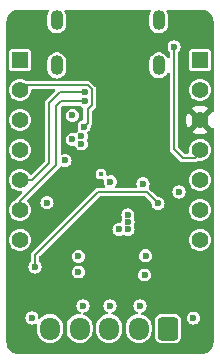
<source format=gbr>
%TF.GenerationSoftware,KiCad,Pcbnew,8.0.8*%
%TF.CreationDate,2025-03-27T14:33:37-07:00*%
%TF.ProjectId,pepper_stepper,70657070-6572-45f7-9374-65707065722e,rev?*%
%TF.SameCoordinates,Original*%
%TF.FileFunction,Copper,L3,Inr*%
%TF.FilePolarity,Positive*%
%FSLAX46Y46*%
G04 Gerber Fmt 4.6, Leading zero omitted, Abs format (unit mm)*
G04 Created by KiCad (PCBNEW 8.0.8) date 2025-03-27 14:33:37*
%MOMM*%
%LPD*%
G01*
G04 APERTURE LIST*
G04 Aperture macros list*
%AMRoundRect*
0 Rectangle with rounded corners*
0 $1 Rounding radius*
0 $2 $3 $4 $5 $6 $7 $8 $9 X,Y pos of 4 corners*
0 Add a 4 corners polygon primitive as box body*
4,1,4,$2,$3,$4,$5,$6,$7,$8,$9,$2,$3,0*
0 Add four circle primitives for the rounded corners*
1,1,$1+$1,$2,$3*
1,1,$1+$1,$4,$5*
1,1,$1+$1,$6,$7*
1,1,$1+$1,$8,$9*
0 Add four rect primitives between the rounded corners*
20,1,$1+$1,$2,$3,$4,$5,0*
20,1,$1+$1,$4,$5,$6,$7,0*
20,1,$1+$1,$6,$7,$8,$9,0*
20,1,$1+$1,$8,$9,$2,$3,0*%
G04 Aperture macros list end*
%TA.AperFunction,ComponentPad*%
%ADD10R,1.400000X1.400000*%
%TD*%
%TA.AperFunction,ComponentPad*%
%ADD11C,1.400000*%
%TD*%
%TA.AperFunction,ComponentPad*%
%ADD12RoundRect,0.250000X0.600000X0.725000X-0.600000X0.725000X-0.600000X-0.725000X0.600000X-0.725000X0*%
%TD*%
%TA.AperFunction,ComponentPad*%
%ADD13O,1.700000X1.950000*%
%TD*%
%TA.AperFunction,ComponentPad*%
%ADD14O,1.100000X1.700000*%
%TD*%
%TA.AperFunction,ViaPad*%
%ADD15C,0.600000*%
%TD*%
%TA.AperFunction,ViaPad*%
%ADD16C,0.400000*%
%TD*%
%TA.AperFunction,Conductor*%
%ADD17C,0.200000*%
%TD*%
G04 APERTURE END LIST*
D10*
%TO.N,unconnected-(H1-Pad1)*%
%TO.C,H1*%
X101600000Y-43180000D03*
D11*
%TO.N,/INDEX*%
X101600000Y-45720000D03*
%TO.N,/DIAG*%
X101600000Y-48260000D03*
%TO.N,unconnected-(H1-Pad4)*%
X101600000Y-50800000D03*
%TO.N,/SDA*%
X101600000Y-53340000D03*
%TO.N,/SCL*%
X101600000Y-55880000D03*
%TO.N,Net-(H1-Pad7)*%
X101600000Y-58420000D03*
%TD*%
D12*
%TO.N,/A2*%
%TO.C,J1*%
X114140000Y-65913000D03*
D13*
%TO.N,/A1*%
X111640000Y-65913000D03*
%TO.N,/B1*%
X109140000Y-65913000D03*
%TO.N,/B2*%
X106640000Y-65913000D03*
%TO.N,unconnected-(J1-Pin_5-Pad5)*%
X104140000Y-65913000D03*
%TD*%
D10*
%TO.N,+5V*%
%TO.C,H2*%
X116840000Y-43180000D03*
D11*
%TO.N,GND*%
X116840000Y-45720000D03*
%TO.N,+3V3*%
X116840000Y-48260000D03*
%TO.N,/1-WIRE*%
X116840000Y-50800000D03*
%TO.N,/TACH*%
X116840000Y-53340000D03*
%TO.N,/PWM*%
X116840000Y-55880000D03*
%TO.N,/UART*%
X116840000Y-58420000D03*
%TD*%
D14*
%TO.N,GND*%
%TO.C,USB1*%
X113355200Y-43641018D03*
X113355200Y-39831018D03*
X104715200Y-43641018D03*
X104715200Y-39831018D03*
%TD*%
D15*
%TO.N,+3V3*%
X103886824Y-54248218D03*
X104775000Y-41644818D03*
X115824000Y-61722000D03*
X114104069Y-57737093D03*
X115824000Y-60532218D03*
%TO.N,VM*%
X112161695Y-61366995D03*
X109247000Y-53486218D03*
X116272238Y-65024000D03*
X102603000Y-65024000D03*
X115062000Y-54356000D03*
X106022800Y-49899818D03*
X106022800Y-47867818D03*
X105410000Y-51677818D03*
X106781600Y-49631018D03*
X112014000Y-53656682D03*
X106541000Y-61117018D03*
X106781600Y-50281018D03*
%TO.N,/SCL*%
X107086400Y-46686621D03*
%TO.N,/INDEX*%
X107022800Y-48809235D03*
D16*
%TO.N,/DIAG*%
X108458000Y-52821216D03*
D15*
%TO.N,/SDA*%
X107086400Y-45886618D03*
%TO.N,/1-WIRE*%
X114645422Y-42072578D03*
%TO.N,/UART*%
X113283980Y-55324001D03*
X102870000Y-60706000D03*
%TO.N,/A2*%
X112228599Y-59755781D03*
%TO.N,/B2*%
X106548602Y-59805818D03*
%TO.N,GND*%
X106934000Y-64008000D03*
X110744000Y-57519818D03*
X103886000Y-55264218D03*
X111760000Y-64008000D03*
X109220000Y-64008000D03*
X110728925Y-56285195D03*
X109982000Y-57519818D03*
X110744000Y-56896000D03*
%TD*%
D17*
%TO.N,/SCL*%
X105067197Y-46686621D02*
X104683000Y-47070818D01*
X101600000Y-55118000D02*
X101600000Y-55880000D01*
X104683000Y-47070818D02*
X104683000Y-52035000D01*
X104683000Y-52035000D02*
X101600000Y-55118000D01*
X107086400Y-46686621D02*
X105067197Y-46686621D01*
%TO.N,/INDEX*%
X107022800Y-48809235D02*
X107315000Y-48517035D01*
X107686400Y-46988418D02*
X107686400Y-45638089D01*
X107686400Y-45638089D02*
X107334929Y-45286618D01*
X107334929Y-45286618D02*
X102033382Y-45286618D01*
X107315000Y-48517035D02*
X107315000Y-47359818D01*
X107315000Y-47359818D02*
X107686400Y-46988418D01*
X102033382Y-45286618D02*
X101600000Y-45720000D01*
%TO.N,/SDA*%
X107086400Y-45886618D02*
X104978200Y-45886618D01*
X104038400Y-51917600D02*
X102616000Y-53340000D01*
X104978200Y-45886618D02*
X104038400Y-46826418D01*
X104038400Y-46826418D02*
X104038400Y-51917600D01*
X102616000Y-53340000D02*
X101600000Y-53340000D01*
%TO.N,/1-WIRE*%
X115377000Y-51453000D02*
X116393000Y-51453000D01*
X114615000Y-50691000D02*
X115377000Y-51453000D01*
X114615000Y-42103000D02*
X114615000Y-50691000D01*
X114645422Y-42072578D02*
X114615000Y-42103000D01*
X116393000Y-51453000D02*
X116901000Y-50945000D01*
%TO.N,/UART*%
X113283980Y-55324001D02*
X112315979Y-54356000D01*
X112315979Y-54356000D02*
X108204000Y-54356000D01*
X102870000Y-59690000D02*
X102870000Y-60706000D01*
X108204000Y-54356000D02*
X102870000Y-59690000D01*
%TD*%
%TA.AperFunction,Conductor*%
%TO.N,+3V3*%
G36*
X104036276Y-38935038D02*
G01*
X104072240Y-38984538D01*
X104072240Y-39045724D01*
X104060400Y-39070133D01*
X104005809Y-39151831D01*
X104005803Y-39151843D01*
X103945463Y-39297519D01*
X103945463Y-39297521D01*
X103914700Y-39452173D01*
X103914700Y-40209862D01*
X103945463Y-40364514D01*
X103945463Y-40364516D01*
X104005803Y-40510192D01*
X104005809Y-40510203D01*
X104058512Y-40589077D01*
X104093411Y-40641307D01*
X104204911Y-40752807D01*
X104283076Y-40805035D01*
X104336014Y-40840408D01*
X104336025Y-40840414D01*
X104389838Y-40862703D01*
X104481703Y-40900755D01*
X104636358Y-40931518D01*
X104636359Y-40931518D01*
X104794041Y-40931518D01*
X104794042Y-40931518D01*
X104948697Y-40900755D01*
X105094379Y-40840412D01*
X105225489Y-40752807D01*
X105336989Y-40641307D01*
X105424594Y-40510197D01*
X105484937Y-40364515D01*
X105515700Y-40209860D01*
X105515700Y-39452176D01*
X105484937Y-39297521D01*
X105428681Y-39161706D01*
X105424596Y-39151843D01*
X105424590Y-39151831D01*
X105370000Y-39070133D01*
X105353391Y-39011245D01*
X105374568Y-38953841D01*
X105425442Y-38919848D01*
X105452315Y-38916131D01*
X112618085Y-38916131D01*
X112676276Y-38935038D01*
X112712240Y-38984538D01*
X112712240Y-39045724D01*
X112700400Y-39070133D01*
X112645809Y-39151831D01*
X112645803Y-39151843D01*
X112585463Y-39297519D01*
X112585463Y-39297521D01*
X112554700Y-39452173D01*
X112554700Y-40209862D01*
X112585463Y-40364514D01*
X112585463Y-40364516D01*
X112645803Y-40510192D01*
X112645809Y-40510203D01*
X112698512Y-40589077D01*
X112733411Y-40641307D01*
X112844911Y-40752807D01*
X112923076Y-40805035D01*
X112976014Y-40840408D01*
X112976025Y-40840414D01*
X113029838Y-40862703D01*
X113121703Y-40900755D01*
X113276358Y-40931518D01*
X113276359Y-40931518D01*
X113434041Y-40931518D01*
X113434042Y-40931518D01*
X113588697Y-40900755D01*
X113734379Y-40840412D01*
X113865489Y-40752807D01*
X113976989Y-40641307D01*
X114064594Y-40510197D01*
X114124937Y-40364515D01*
X114155700Y-40209860D01*
X114155700Y-39452176D01*
X114124937Y-39297521D01*
X114068681Y-39161706D01*
X114064596Y-39151843D01*
X114064590Y-39151831D01*
X114010000Y-39070133D01*
X113993391Y-39011245D01*
X114014568Y-38953841D01*
X114065442Y-38919848D01*
X114092315Y-38916131D01*
X116901108Y-38916131D01*
X116962681Y-38916131D01*
X116971309Y-38916508D01*
X117136101Y-38930925D01*
X117153081Y-38933918D01*
X117308691Y-38975615D01*
X117324898Y-38981514D01*
X117408994Y-39020729D01*
X117470892Y-39049593D01*
X117485830Y-39058217D01*
X117617792Y-39150620D01*
X117631002Y-39161705D01*
X117744908Y-39275614D01*
X117755997Y-39288830D01*
X117848389Y-39420785D01*
X117857017Y-39435729D01*
X117925091Y-39581718D01*
X117930993Y-39597935D01*
X117972681Y-39753529D01*
X117975677Y-39770524D01*
X117990122Y-39935672D01*
X117990499Y-39944299D01*
X117990498Y-40011659D01*
X117990513Y-40011898D01*
X117991621Y-45700116D01*
X117985761Y-45718161D01*
X117991629Y-45739766D01*
X117991974Y-47508495D01*
X117973078Y-47566689D01*
X117923585Y-47602663D01*
X117886120Y-47607276D01*
X117848862Y-47604690D01*
X117239999Y-48213553D01*
X117239999Y-48207339D01*
X117212740Y-48105606D01*
X117160079Y-48014395D01*
X117085605Y-47939921D01*
X116994394Y-47887260D01*
X116892661Y-47860001D01*
X116886443Y-47860001D01*
X117493326Y-47253118D01*
X117377186Y-47181206D01*
X117377180Y-47181203D01*
X117169799Y-47100863D01*
X116951196Y-47060000D01*
X116728804Y-47060000D01*
X116510200Y-47100863D01*
X116302821Y-47181202D01*
X116302816Y-47181205D01*
X116186672Y-47253118D01*
X116793555Y-47860001D01*
X116787339Y-47860001D01*
X116685606Y-47887260D01*
X116594395Y-47939921D01*
X116519921Y-48014395D01*
X116467260Y-48105606D01*
X116440001Y-48207339D01*
X116440001Y-48213555D01*
X115831137Y-47604691D01*
X115815368Y-47625574D01*
X115716239Y-47824652D01*
X115655379Y-48038554D01*
X115634859Y-48260000D01*
X115655379Y-48481445D01*
X115716239Y-48695347D01*
X115815364Y-48894417D01*
X115815369Y-48894426D01*
X115831138Y-48915306D01*
X116440001Y-48306443D01*
X116440001Y-48312661D01*
X116467260Y-48414394D01*
X116519921Y-48505605D01*
X116594395Y-48580079D01*
X116685606Y-48632740D01*
X116787339Y-48659999D01*
X116793553Y-48659999D01*
X116186672Y-49266880D01*
X116302813Y-49338793D01*
X116302819Y-49338796D01*
X116510200Y-49419136D01*
X116728804Y-49460000D01*
X116951196Y-49460000D01*
X117169799Y-49419136D01*
X117377180Y-49338796D01*
X117377181Y-49338796D01*
X117493326Y-49266880D01*
X116886445Y-48659999D01*
X116892661Y-48659999D01*
X116994394Y-48632740D01*
X117085605Y-48580079D01*
X117160079Y-48505605D01*
X117212740Y-48414394D01*
X117239999Y-48312661D01*
X117239999Y-48306445D01*
X117848862Y-48915308D01*
X117886411Y-48912702D01*
X117945771Y-48927534D01*
X117985076Y-48974425D01*
X117992266Y-49011445D01*
X117992612Y-50790180D01*
X117989721Y-50799083D01*
X117992616Y-50809743D01*
X117995781Y-67046380D01*
X117995404Y-67055029D01*
X117980905Y-67220730D01*
X117977908Y-67237724D01*
X117935978Y-67394205D01*
X117930076Y-67410421D01*
X117861609Y-67557245D01*
X117852980Y-67572190D01*
X117760053Y-67704900D01*
X117748961Y-67718119D01*
X117634408Y-67832671D01*
X117621189Y-67843763D01*
X117488481Y-67936686D01*
X117473541Y-67945312D01*
X117326712Y-68013779D01*
X117310500Y-68019680D01*
X117154007Y-68061612D01*
X117137012Y-68064608D01*
X116971100Y-68079123D01*
X116962472Y-68079500D01*
X101571639Y-68079500D01*
X101546018Y-68076127D01*
X101538894Y-68074218D01*
X101538892Y-68074218D01*
X101477319Y-68074218D01*
X101468691Y-68073841D01*
X101303901Y-68059424D01*
X101286906Y-68056428D01*
X101131303Y-68014734D01*
X101115090Y-68008833D01*
X100969092Y-67940754D01*
X100954148Y-67932126D01*
X100822193Y-67839731D01*
X100808978Y-67828643D01*
X100695069Y-67714735D01*
X100683979Y-67701517D01*
X100591578Y-67569558D01*
X100582949Y-67554613D01*
X100532549Y-67446532D01*
X100514867Y-67408614D01*
X100508970Y-67392412D01*
X100467274Y-67236809D01*
X100464278Y-67219815D01*
X100461123Y-67183762D01*
X100449877Y-67055225D01*
X100449500Y-67046596D01*
X100449500Y-65023999D01*
X102047750Y-65023999D01*
X102047750Y-65024000D01*
X102066669Y-65167708D01*
X102066670Y-65167709D01*
X102122139Y-65301625D01*
X102210379Y-65416621D01*
X102325375Y-65504861D01*
X102459291Y-65560330D01*
X102603000Y-65579250D01*
X102746709Y-65560330D01*
X102880625Y-65504861D01*
X102900043Y-65489960D01*
X102957718Y-65469535D01*
X103016384Y-65486911D01*
X103053633Y-65535452D01*
X103058093Y-65583987D01*
X103039500Y-65701384D01*
X103039500Y-66124614D01*
X103066597Y-66295702D01*
X103066598Y-66295706D01*
X103120123Y-66460438D01*
X103120125Y-66460441D01*
X103120126Y-66460444D01*
X103120127Y-66460445D01*
X103198768Y-66614788D01*
X103300586Y-66754928D01*
X103423072Y-66877414D01*
X103563212Y-66979232D01*
X103717555Y-67057873D01*
X103717557Y-67057873D01*
X103717558Y-67057874D01*
X103717561Y-67057876D01*
X103882293Y-67111401D01*
X103882297Y-67111402D01*
X104053386Y-67138500D01*
X104053389Y-67138500D01*
X104226614Y-67138500D01*
X104397702Y-67111402D01*
X104397706Y-67111401D01*
X104562438Y-67057876D01*
X104562440Y-67057874D01*
X104562445Y-67057873D01*
X104716788Y-66979232D01*
X104856928Y-66877414D01*
X104979414Y-66754928D01*
X105081232Y-66614788D01*
X105159873Y-66460445D01*
X105159874Y-66460440D01*
X105159876Y-66460438D01*
X105213401Y-66295706D01*
X105213402Y-66295702D01*
X105240500Y-66124614D01*
X105240500Y-65701385D01*
X105539500Y-65701385D01*
X105539500Y-66124614D01*
X105566597Y-66295702D01*
X105566598Y-66295706D01*
X105620123Y-66460438D01*
X105620125Y-66460441D01*
X105620126Y-66460444D01*
X105620127Y-66460445D01*
X105698768Y-66614788D01*
X105800586Y-66754928D01*
X105923072Y-66877414D01*
X106063212Y-66979232D01*
X106217555Y-67057873D01*
X106217557Y-67057873D01*
X106217558Y-67057874D01*
X106217561Y-67057876D01*
X106382293Y-67111401D01*
X106382297Y-67111402D01*
X106553386Y-67138500D01*
X106553389Y-67138500D01*
X106726614Y-67138500D01*
X106897702Y-67111402D01*
X106897706Y-67111401D01*
X107062438Y-67057876D01*
X107062440Y-67057874D01*
X107062445Y-67057873D01*
X107216788Y-66979232D01*
X107356928Y-66877414D01*
X107479414Y-66754928D01*
X107581232Y-66614788D01*
X107659873Y-66460445D01*
X107659874Y-66460440D01*
X107659876Y-66460438D01*
X107713401Y-66295706D01*
X107713402Y-66295702D01*
X107740500Y-66124614D01*
X107740500Y-65701385D01*
X108039500Y-65701385D01*
X108039500Y-66124614D01*
X108066597Y-66295702D01*
X108066598Y-66295706D01*
X108120123Y-66460438D01*
X108120125Y-66460441D01*
X108120126Y-66460444D01*
X108120127Y-66460445D01*
X108198768Y-66614788D01*
X108300586Y-66754928D01*
X108423072Y-66877414D01*
X108563212Y-66979232D01*
X108717555Y-67057873D01*
X108717557Y-67057873D01*
X108717558Y-67057874D01*
X108717561Y-67057876D01*
X108882293Y-67111401D01*
X108882297Y-67111402D01*
X109053386Y-67138500D01*
X109053389Y-67138500D01*
X109226614Y-67138500D01*
X109397702Y-67111402D01*
X109397706Y-67111401D01*
X109562438Y-67057876D01*
X109562440Y-67057874D01*
X109562445Y-67057873D01*
X109716788Y-66979232D01*
X109856928Y-66877414D01*
X109979414Y-66754928D01*
X110081232Y-66614788D01*
X110159873Y-66460445D01*
X110159874Y-66460440D01*
X110159876Y-66460438D01*
X110213401Y-66295706D01*
X110213402Y-66295702D01*
X110240500Y-66124614D01*
X110240500Y-65701385D01*
X110539500Y-65701385D01*
X110539500Y-66124614D01*
X110566597Y-66295702D01*
X110566598Y-66295706D01*
X110620123Y-66460438D01*
X110620125Y-66460441D01*
X110620126Y-66460444D01*
X110620127Y-66460445D01*
X110698768Y-66614788D01*
X110800586Y-66754928D01*
X110923072Y-66877414D01*
X111063212Y-66979232D01*
X111217555Y-67057873D01*
X111217557Y-67057873D01*
X111217558Y-67057874D01*
X111217561Y-67057876D01*
X111382293Y-67111401D01*
X111382297Y-67111402D01*
X111553386Y-67138500D01*
X111553389Y-67138500D01*
X111726614Y-67138500D01*
X111897702Y-67111402D01*
X111897706Y-67111401D01*
X112062438Y-67057876D01*
X112062440Y-67057874D01*
X112062445Y-67057873D01*
X112216788Y-66979232D01*
X112356928Y-66877414D01*
X112479414Y-66754928D01*
X112581232Y-66614788D01*
X112659873Y-66460445D01*
X112659874Y-66460440D01*
X112659876Y-66460438D01*
X112713401Y-66295706D01*
X112713402Y-66295702D01*
X112740500Y-66124614D01*
X112740500Y-65701385D01*
X112713402Y-65530297D01*
X112713401Y-65530293D01*
X112659876Y-65365561D01*
X112659874Y-65365558D01*
X112659873Y-65365557D01*
X112659873Y-65365555D01*
X112581232Y-65211212D01*
X112529587Y-65140129D01*
X113039500Y-65140129D01*
X113039500Y-66685866D01*
X113039501Y-66685870D01*
X113045908Y-66745480D01*
X113045909Y-66745485D01*
X113096202Y-66880329D01*
X113174433Y-66984832D01*
X113182454Y-66995546D01*
X113182457Y-66995548D01*
X113182458Y-66995549D01*
X113297670Y-67081797D01*
X113432511Y-67132089D01*
X113432512Y-67132089D01*
X113432517Y-67132091D01*
X113492127Y-67138500D01*
X114787872Y-67138499D01*
X114847483Y-67132091D01*
X114914907Y-67106943D01*
X114982329Y-67081797D01*
X114982329Y-67081796D01*
X114982331Y-67081796D01*
X115097546Y-66995546D01*
X115183796Y-66880331D01*
X115234091Y-66745483D01*
X115240500Y-66685873D01*
X115240499Y-65140128D01*
X115234091Y-65080517D01*
X115222493Y-65049420D01*
X115213012Y-65023999D01*
X115716988Y-65023999D01*
X115716988Y-65024000D01*
X115735907Y-65167708D01*
X115735908Y-65167709D01*
X115791377Y-65301625D01*
X115879617Y-65416621D01*
X115994613Y-65504861D01*
X116128529Y-65560330D01*
X116272238Y-65579250D01*
X116415947Y-65560330D01*
X116549863Y-65504861D01*
X116664859Y-65416621D01*
X116753099Y-65301625D01*
X116808568Y-65167709D01*
X116827488Y-65024000D01*
X116817175Y-64945670D01*
X116808568Y-64880291D01*
X116753099Y-64746375D01*
X116664859Y-64631379D01*
X116549863Y-64543139D01*
X116549859Y-64543137D01*
X116415947Y-64487670D01*
X116415946Y-64487669D01*
X116272238Y-64468750D01*
X116128529Y-64487669D01*
X116128528Y-64487670D01*
X115994616Y-64543137D01*
X115994612Y-64543139D01*
X115879619Y-64631377D01*
X115879615Y-64631381D01*
X115791377Y-64746374D01*
X115791375Y-64746378D01*
X115735908Y-64880290D01*
X115735907Y-64880291D01*
X115716988Y-65023999D01*
X115213012Y-65023999D01*
X115183797Y-64945670D01*
X115097549Y-64830458D01*
X115097548Y-64830457D01*
X115097546Y-64830454D01*
X115097541Y-64830450D01*
X114982329Y-64744202D01*
X114847488Y-64693910D01*
X114847483Y-64693909D01*
X114847481Y-64693908D01*
X114847477Y-64693908D01*
X114816249Y-64690550D01*
X114787873Y-64687500D01*
X114787870Y-64687500D01*
X113492133Y-64687500D01*
X113492129Y-64687500D01*
X113492128Y-64687501D01*
X113484949Y-64688272D01*
X113432519Y-64693908D01*
X113432514Y-64693909D01*
X113297670Y-64744202D01*
X113182458Y-64830450D01*
X113182450Y-64830458D01*
X113096202Y-64945670D01*
X113045910Y-65080511D01*
X113045908Y-65080522D01*
X113039500Y-65140129D01*
X112529587Y-65140129D01*
X112479414Y-65071072D01*
X112356928Y-64948586D01*
X112216788Y-64846768D01*
X112216787Y-64846767D01*
X112216785Y-64846766D01*
X112062441Y-64768125D01*
X111925922Y-64723766D01*
X111876423Y-64687802D01*
X111857516Y-64629611D01*
X111876424Y-64571421D01*
X111918627Y-64538150D01*
X112037625Y-64488861D01*
X112152621Y-64400621D01*
X112240861Y-64285625D01*
X112296330Y-64151709D01*
X112315250Y-64008000D01*
X112296330Y-63864291D01*
X112240861Y-63730375D01*
X112152621Y-63615379D01*
X112037625Y-63527139D01*
X112037621Y-63527137D01*
X111903709Y-63471670D01*
X111903708Y-63471669D01*
X111760000Y-63452750D01*
X111616291Y-63471669D01*
X111616290Y-63471670D01*
X111482378Y-63527137D01*
X111482374Y-63527139D01*
X111367381Y-63615377D01*
X111367377Y-63615381D01*
X111279139Y-63730374D01*
X111279137Y-63730378D01*
X111223670Y-63864290D01*
X111223669Y-63864291D01*
X111204750Y-64007999D01*
X111204750Y-64008000D01*
X111223669Y-64151708D01*
X111223670Y-64151709D01*
X111279139Y-64285625D01*
X111367379Y-64400621D01*
X111482375Y-64488861D01*
X111524619Y-64506358D01*
X111571144Y-64546093D01*
X111585428Y-64605588D01*
X111562014Y-64662116D01*
X111509846Y-64694086D01*
X111502221Y-64695603D01*
X111382296Y-64714598D01*
X111382293Y-64714598D01*
X111217561Y-64768123D01*
X111217558Y-64768125D01*
X111063214Y-64846766D01*
X110923073Y-64948585D01*
X110800585Y-65071073D01*
X110698766Y-65211214D01*
X110620125Y-65365558D01*
X110620123Y-65365561D01*
X110566598Y-65530293D01*
X110566597Y-65530297D01*
X110539500Y-65701385D01*
X110240500Y-65701385D01*
X110213402Y-65530297D01*
X110213401Y-65530293D01*
X110159876Y-65365561D01*
X110159874Y-65365558D01*
X110159873Y-65365557D01*
X110159873Y-65365555D01*
X110081232Y-65211212D01*
X109979414Y-65071072D01*
X109856928Y-64948586D01*
X109716788Y-64846768D01*
X109716787Y-64846767D01*
X109716785Y-64846766D01*
X109562441Y-64768125D01*
X109562438Y-64768123D01*
X109403507Y-64716483D01*
X109354007Y-64680519D01*
X109335100Y-64622328D01*
X109354008Y-64564138D01*
X109396212Y-64530866D01*
X109497625Y-64488861D01*
X109612621Y-64400621D01*
X109700861Y-64285625D01*
X109756330Y-64151709D01*
X109775250Y-64008000D01*
X109756330Y-63864291D01*
X109700861Y-63730375D01*
X109612621Y-63615379D01*
X109497625Y-63527139D01*
X109497621Y-63527137D01*
X109363709Y-63471670D01*
X109363708Y-63471669D01*
X109220000Y-63452750D01*
X109076291Y-63471669D01*
X109076290Y-63471670D01*
X108942378Y-63527137D01*
X108942374Y-63527139D01*
X108827381Y-63615377D01*
X108827377Y-63615381D01*
X108739139Y-63730374D01*
X108739137Y-63730378D01*
X108683670Y-63864290D01*
X108683669Y-63864291D01*
X108664750Y-64007999D01*
X108664750Y-64008000D01*
X108683669Y-64151708D01*
X108683670Y-64151709D01*
X108739139Y-64285625D01*
X108827379Y-64400621D01*
X108942375Y-64488861D01*
X108995684Y-64510942D01*
X109042209Y-64550676D01*
X109056493Y-64610171D01*
X109033079Y-64666699D01*
X108980911Y-64698669D01*
X108973286Y-64700186D01*
X108882296Y-64714598D01*
X108882293Y-64714598D01*
X108717561Y-64768123D01*
X108717558Y-64768125D01*
X108563214Y-64846766D01*
X108423073Y-64948585D01*
X108300585Y-65071073D01*
X108198766Y-65211214D01*
X108120125Y-65365558D01*
X108120123Y-65365561D01*
X108066598Y-65530293D01*
X108066597Y-65530297D01*
X108039500Y-65701385D01*
X107740500Y-65701385D01*
X107713402Y-65530297D01*
X107713401Y-65530293D01*
X107659876Y-65365561D01*
X107659874Y-65365558D01*
X107659873Y-65365557D01*
X107659873Y-65365555D01*
X107581232Y-65211212D01*
X107479414Y-65071072D01*
X107356928Y-64948586D01*
X107216788Y-64846768D01*
X107216787Y-64846767D01*
X107216785Y-64846766D01*
X107062441Y-64768125D01*
X107062438Y-64768123D01*
X106992783Y-64745491D01*
X106943283Y-64709527D01*
X106924376Y-64651336D01*
X106943284Y-64593146D01*
X106992784Y-64557182D01*
X107010449Y-64553185D01*
X107077709Y-64544330D01*
X107211625Y-64488861D01*
X107326621Y-64400621D01*
X107414861Y-64285625D01*
X107470330Y-64151709D01*
X107489250Y-64008000D01*
X107470330Y-63864291D01*
X107414861Y-63730375D01*
X107326621Y-63615379D01*
X107211625Y-63527139D01*
X107211621Y-63527137D01*
X107077709Y-63471670D01*
X107077708Y-63471669D01*
X106934000Y-63452750D01*
X106790291Y-63471669D01*
X106790290Y-63471670D01*
X106656378Y-63527137D01*
X106656374Y-63527139D01*
X106541381Y-63615377D01*
X106541377Y-63615381D01*
X106453139Y-63730374D01*
X106453137Y-63730378D01*
X106397670Y-63864290D01*
X106397669Y-63864291D01*
X106378750Y-64007999D01*
X106378750Y-64008000D01*
X106397669Y-64151708D01*
X106397670Y-64151709D01*
X106453139Y-64285625D01*
X106541379Y-64400621D01*
X106656375Y-64488861D01*
X106667134Y-64493317D01*
X106676111Y-64497036D01*
X106722637Y-64536772D01*
X106736921Y-64596267D01*
X106713506Y-64652795D01*
X106661338Y-64684765D01*
X106638226Y-64687500D01*
X106553386Y-64687500D01*
X106382297Y-64714597D01*
X106382293Y-64714598D01*
X106217561Y-64768123D01*
X106217558Y-64768125D01*
X106063214Y-64846766D01*
X105923073Y-64948585D01*
X105800585Y-65071073D01*
X105698766Y-65211214D01*
X105620125Y-65365558D01*
X105620123Y-65365561D01*
X105566598Y-65530293D01*
X105566597Y-65530297D01*
X105539500Y-65701385D01*
X105240500Y-65701385D01*
X105213402Y-65530297D01*
X105213401Y-65530293D01*
X105159876Y-65365561D01*
X105159874Y-65365558D01*
X105159873Y-65365557D01*
X105159873Y-65365555D01*
X105081232Y-65211212D01*
X104979414Y-65071072D01*
X104856928Y-64948586D01*
X104716788Y-64846768D01*
X104716787Y-64846767D01*
X104716785Y-64846766D01*
X104562441Y-64768125D01*
X104562438Y-64768123D01*
X104397706Y-64714598D01*
X104397702Y-64714597D01*
X104226614Y-64687500D01*
X104226611Y-64687500D01*
X104053389Y-64687500D01*
X104053386Y-64687500D01*
X103882297Y-64714597D01*
X103882293Y-64714598D01*
X103717561Y-64768123D01*
X103717558Y-64768125D01*
X103563214Y-64846766D01*
X103423069Y-64948588D01*
X103322237Y-65049420D01*
X103267721Y-65077197D01*
X103207289Y-65067625D01*
X103164024Y-65024361D01*
X103154081Y-64992341D01*
X103139330Y-64880291D01*
X103083861Y-64746375D01*
X102995621Y-64631379D01*
X102880625Y-64543139D01*
X102880621Y-64543137D01*
X102746709Y-64487670D01*
X102746708Y-64487669D01*
X102603000Y-64468750D01*
X102459291Y-64487669D01*
X102459290Y-64487670D01*
X102325378Y-64543137D01*
X102325374Y-64543139D01*
X102210381Y-64631377D01*
X102210377Y-64631381D01*
X102122139Y-64746374D01*
X102122137Y-64746378D01*
X102066670Y-64880290D01*
X102066669Y-64880291D01*
X102047750Y-65023999D01*
X100449500Y-65023999D01*
X100449500Y-60705999D01*
X102314750Y-60705999D01*
X102314750Y-60706000D01*
X102333669Y-60849708D01*
X102333670Y-60849709D01*
X102384865Y-60973308D01*
X102389139Y-60983625D01*
X102477379Y-61098621D01*
X102592375Y-61186861D01*
X102726291Y-61242330D01*
X102870000Y-61261250D01*
X103013709Y-61242330D01*
X103147625Y-61186861D01*
X103238647Y-61117017D01*
X105985750Y-61117017D01*
X105985750Y-61117018D01*
X106004669Y-61260726D01*
X106004670Y-61260727D01*
X106048686Y-61366994D01*
X106060139Y-61394643D01*
X106148379Y-61509639D01*
X106263375Y-61597879D01*
X106397291Y-61653348D01*
X106541000Y-61672268D01*
X106684709Y-61653348D01*
X106818625Y-61597879D01*
X106933621Y-61509639D01*
X107021861Y-61394643D01*
X107033313Y-61366994D01*
X111606445Y-61366994D01*
X111606445Y-61366995D01*
X111625364Y-61510703D01*
X111625365Y-61510704D01*
X111661473Y-61597879D01*
X111680834Y-61644620D01*
X111769074Y-61759616D01*
X111884070Y-61847856D01*
X112017986Y-61903325D01*
X112161695Y-61922245D01*
X112305404Y-61903325D01*
X112439320Y-61847856D01*
X112554316Y-61759616D01*
X112642556Y-61644620D01*
X112698025Y-61510704D01*
X112716945Y-61366995D01*
X112698025Y-61223286D01*
X112642556Y-61089370D01*
X112554316Y-60974374D01*
X112439320Y-60886134D01*
X112439316Y-60886132D01*
X112305404Y-60830665D01*
X112305403Y-60830664D01*
X112161695Y-60811745D01*
X112017986Y-60830664D01*
X112017985Y-60830665D01*
X111884073Y-60886132D01*
X111884069Y-60886134D01*
X111769076Y-60974372D01*
X111769072Y-60974376D01*
X111680834Y-61089369D01*
X111680832Y-61089373D01*
X111625365Y-61223285D01*
X111625364Y-61223286D01*
X111606445Y-61366994D01*
X107033313Y-61366994D01*
X107077330Y-61260727D01*
X107096250Y-61117018D01*
X107092610Y-61089373D01*
X107077330Y-60973309D01*
X107021861Y-60839393D01*
X106933621Y-60724397D01*
X106818625Y-60636157D01*
X106818621Y-60636155D01*
X106684709Y-60580688D01*
X106684708Y-60580687D01*
X106541000Y-60561768D01*
X106397291Y-60580687D01*
X106397290Y-60580688D01*
X106263378Y-60636155D01*
X106263374Y-60636157D01*
X106148381Y-60724395D01*
X106148377Y-60724399D01*
X106060139Y-60839392D01*
X106060137Y-60839396D01*
X106004670Y-60973308D01*
X106004669Y-60973309D01*
X105985750Y-61117017D01*
X103238647Y-61117017D01*
X103262621Y-61098621D01*
X103350861Y-60983625D01*
X103406330Y-60849709D01*
X103425250Y-60706000D01*
X103406330Y-60562291D01*
X103350861Y-60428375D01*
X103262621Y-60313379D01*
X103262619Y-60313377D01*
X103262618Y-60313376D01*
X103259231Y-60310777D01*
X103224576Y-60260351D01*
X103220500Y-60232236D01*
X103220500Y-59876190D01*
X103239407Y-59817999D01*
X103249496Y-59806186D01*
X103249865Y-59805817D01*
X105993352Y-59805817D01*
X105993352Y-59805818D01*
X106012271Y-59949526D01*
X106012272Y-59949527D01*
X106047013Y-60033402D01*
X106067741Y-60083443D01*
X106155981Y-60198439D01*
X106270977Y-60286679D01*
X106404893Y-60342148D01*
X106548602Y-60361068D01*
X106692311Y-60342148D01*
X106826227Y-60286679D01*
X106941223Y-60198439D01*
X107029463Y-60083443D01*
X107084932Y-59949527D01*
X107103852Y-59805818D01*
X107097264Y-59755780D01*
X111673349Y-59755780D01*
X111673349Y-59755781D01*
X111692268Y-59899489D01*
X111692269Y-59899490D01*
X111747738Y-60033406D01*
X111835978Y-60148402D01*
X111950974Y-60236642D01*
X112084890Y-60292111D01*
X112228599Y-60311031D01*
X112372308Y-60292111D01*
X112506224Y-60236642D01*
X112621220Y-60148402D01*
X112709460Y-60033406D01*
X112764929Y-59899490D01*
X112783849Y-59755781D01*
X112771516Y-59662108D01*
X112764929Y-59612072D01*
X112709460Y-59478156D01*
X112621220Y-59363160D01*
X112506224Y-59274920D01*
X112506220Y-59274918D01*
X112372308Y-59219451D01*
X112372307Y-59219450D01*
X112228599Y-59200531D01*
X112084890Y-59219450D01*
X112084889Y-59219451D01*
X111950977Y-59274918D01*
X111950973Y-59274920D01*
X111835980Y-59363158D01*
X111835976Y-59363162D01*
X111747738Y-59478155D01*
X111747736Y-59478159D01*
X111692269Y-59612071D01*
X111692268Y-59612072D01*
X111673349Y-59755780D01*
X107097264Y-59755780D01*
X107084932Y-59662109D01*
X107029463Y-59528193D01*
X106941223Y-59413197D01*
X106826227Y-59324957D01*
X106826223Y-59324955D01*
X106692311Y-59269488D01*
X106692310Y-59269487D01*
X106548602Y-59250568D01*
X106404893Y-59269487D01*
X106404892Y-59269488D01*
X106270980Y-59324955D01*
X106270976Y-59324957D01*
X106155983Y-59413195D01*
X106155979Y-59413199D01*
X106067741Y-59528192D01*
X106067739Y-59528196D01*
X106012272Y-59662108D01*
X106012271Y-59662109D01*
X105993352Y-59805817D01*
X103249865Y-59805817D01*
X104635687Y-58419995D01*
X115884901Y-58419995D01*
X115884901Y-58420004D01*
X115903251Y-58606325D01*
X115903252Y-58606328D01*
X115957605Y-58785504D01*
X115957606Y-58785506D01*
X116045859Y-58950617D01*
X116045862Y-58950622D01*
X116045864Y-58950625D01*
X116095395Y-59010978D01*
X116164638Y-59095352D01*
X116164647Y-59095361D01*
X116232145Y-59150755D01*
X116309375Y-59214136D01*
X116309380Y-59214138D01*
X116309382Y-59214140D01*
X116474493Y-59302393D01*
X116474499Y-59302396D01*
X116653669Y-59356747D01*
X116653671Y-59356747D01*
X116653674Y-59356748D01*
X116839996Y-59375099D01*
X116840000Y-59375099D01*
X116840004Y-59375099D01*
X117026325Y-59356748D01*
X117026326Y-59356747D01*
X117026331Y-59356747D01*
X117205501Y-59302396D01*
X117370625Y-59214136D01*
X117515357Y-59095357D01*
X117634136Y-58950625D01*
X117722396Y-58785501D01*
X117776747Y-58606331D01*
X117794824Y-58422800D01*
X117795099Y-58420004D01*
X117795099Y-58419995D01*
X117776748Y-58233674D01*
X117776747Y-58233671D01*
X117776747Y-58233669D01*
X117722396Y-58054499D01*
X117722393Y-58054493D01*
X117634140Y-57889382D01*
X117634138Y-57889380D01*
X117634136Y-57889375D01*
X117558686Y-57797439D01*
X117515361Y-57744647D01*
X117515352Y-57744638D01*
X117416516Y-57663526D01*
X117370625Y-57625864D01*
X117370622Y-57625862D01*
X117370617Y-57625859D01*
X117205506Y-57537606D01*
X117205504Y-57537605D01*
X117146865Y-57519817D01*
X117026331Y-57483253D01*
X117026328Y-57483252D01*
X117026325Y-57483251D01*
X116840004Y-57464901D01*
X116839996Y-57464901D01*
X116653674Y-57483251D01*
X116653671Y-57483252D01*
X116474495Y-57537605D01*
X116474493Y-57537606D01*
X116309382Y-57625859D01*
X116309376Y-57625863D01*
X116164647Y-57744638D01*
X116164638Y-57744647D01*
X116045863Y-57889376D01*
X116045859Y-57889382D01*
X115957606Y-58054493D01*
X115957605Y-58054495D01*
X115903252Y-58233671D01*
X115903251Y-58233674D01*
X115884901Y-58419995D01*
X104635687Y-58419995D01*
X105535865Y-57519817D01*
X109426750Y-57519817D01*
X109426750Y-57519818D01*
X109445669Y-57663526D01*
X109445670Y-57663527D01*
X109479270Y-57744647D01*
X109501139Y-57797443D01*
X109589379Y-57912439D01*
X109704375Y-58000679D01*
X109838291Y-58056148D01*
X109982000Y-58075068D01*
X110125709Y-58056148D01*
X110259625Y-58000679D01*
X110272055Y-57991140D01*
X110302732Y-57967602D01*
X110360408Y-57947177D01*
X110419074Y-57964554D01*
X110423268Y-57967602D01*
X110466369Y-58000675D01*
X110466371Y-58000676D01*
X110466375Y-58000679D01*
X110600291Y-58056148D01*
X110744000Y-58075068D01*
X110887709Y-58056148D01*
X111021625Y-58000679D01*
X111136621Y-57912439D01*
X111224861Y-57797443D01*
X111280330Y-57663527D01*
X111299250Y-57519818D01*
X111280330Y-57376109D01*
X111226353Y-57245794D01*
X111221553Y-57184797D01*
X111226353Y-57170024D01*
X111244093Y-57127195D01*
X111280330Y-57039709D01*
X111299250Y-56896000D01*
X111280330Y-56752291D01*
X111224861Y-56618375D01*
X111222378Y-56612380D01*
X111224786Y-56611382D01*
X111214373Y-56562398D01*
X111221365Y-56534864D01*
X111265255Y-56428904D01*
X111284175Y-56285195D01*
X111278949Y-56245504D01*
X111265255Y-56141486D01*
X111209786Y-56007570D01*
X111121546Y-55892574D01*
X111105153Y-55879995D01*
X115884901Y-55879995D01*
X115884901Y-55880004D01*
X115903251Y-56066325D01*
X115903252Y-56066328D01*
X115957605Y-56245504D01*
X115957606Y-56245506D01*
X116045859Y-56410617D01*
X116045862Y-56410622D01*
X116045864Y-56410625D01*
X116095395Y-56470978D01*
X116164638Y-56555352D01*
X116164647Y-56555361D01*
X116219552Y-56600420D01*
X116309375Y-56674136D01*
X116309380Y-56674138D01*
X116309382Y-56674140D01*
X116455599Y-56752294D01*
X116474499Y-56762396D01*
X116653669Y-56816747D01*
X116653671Y-56816747D01*
X116653674Y-56816748D01*
X116839996Y-56835099D01*
X116840000Y-56835099D01*
X116840004Y-56835099D01*
X117026325Y-56816748D01*
X117026326Y-56816747D01*
X117026331Y-56816747D01*
X117205501Y-56762396D01*
X117370625Y-56674136D01*
X117515357Y-56555357D01*
X117634136Y-56410625D01*
X117722396Y-56245501D01*
X117776747Y-56066331D01*
X117782535Y-56007573D01*
X117795099Y-55880004D01*
X117795099Y-55879995D01*
X117776748Y-55693674D01*
X117776747Y-55693671D01*
X117776747Y-55693669D01*
X117722396Y-55514499D01*
X117697387Y-55467710D01*
X117634140Y-55349382D01*
X117634138Y-55349380D01*
X117634136Y-55349375D01*
X117564248Y-55264217D01*
X117515361Y-55204647D01*
X117515352Y-55204638D01*
X117412840Y-55120509D01*
X117370625Y-55085864D01*
X117370622Y-55085862D01*
X117370617Y-55085859D01*
X117205506Y-54997606D01*
X117205504Y-54997605D01*
X117203852Y-54997104D01*
X117115916Y-54970428D01*
X117026328Y-54943252D01*
X117026325Y-54943251D01*
X116840004Y-54924901D01*
X116839996Y-54924901D01*
X116653674Y-54943251D01*
X116653671Y-54943252D01*
X116474495Y-54997605D01*
X116474493Y-54997606D01*
X116309382Y-55085859D01*
X116309376Y-55085863D01*
X116164647Y-55204638D01*
X116164638Y-55204647D01*
X116045863Y-55349376D01*
X116045859Y-55349382D01*
X115957606Y-55514493D01*
X115957605Y-55514495D01*
X115903252Y-55693671D01*
X115903251Y-55693674D01*
X115884901Y-55879995D01*
X111105153Y-55879995D01*
X111006550Y-55804334D01*
X111006546Y-55804332D01*
X110872634Y-55748865D01*
X110872633Y-55748864D01*
X110728925Y-55729945D01*
X110585216Y-55748864D01*
X110585215Y-55748865D01*
X110451303Y-55804332D01*
X110451299Y-55804334D01*
X110336306Y-55892572D01*
X110336302Y-55892576D01*
X110248064Y-56007569D01*
X110248062Y-56007573D01*
X110192595Y-56141485D01*
X110192594Y-56141486D01*
X110173675Y-56285194D01*
X110173675Y-56285195D01*
X110192594Y-56428903D01*
X110192595Y-56428904D01*
X110250547Y-56568815D01*
X110248141Y-56569811D01*
X110258549Y-56618814D01*
X110251558Y-56646333D01*
X110207671Y-56752290D01*
X110207669Y-56752294D01*
X110189276Y-56892003D01*
X110162935Y-56947227D01*
X110109164Y-56976422D01*
X110078201Y-56977233D01*
X109982001Y-56964568D01*
X109982000Y-56964568D01*
X109838291Y-56983487D01*
X109838290Y-56983488D01*
X109704378Y-57038955D01*
X109704374Y-57038957D01*
X109589381Y-57127195D01*
X109589377Y-57127199D01*
X109501139Y-57242192D01*
X109501137Y-57242196D01*
X109445670Y-57376108D01*
X109445669Y-57376109D01*
X109426750Y-57519817D01*
X105535865Y-57519817D01*
X108320186Y-54735496D01*
X108374703Y-54707719D01*
X108390190Y-54706500D01*
X112129789Y-54706500D01*
X112187980Y-54725407D01*
X112199793Y-54735496D01*
X112701138Y-55236841D01*
X112728915Y-55291358D01*
X112729287Y-55319764D01*
X112728730Y-55323995D01*
X112728730Y-55324001D01*
X112747649Y-55467709D01*
X112747650Y-55467710D01*
X112803119Y-55601626D01*
X112891359Y-55716622D01*
X113006355Y-55804862D01*
X113140271Y-55860331D01*
X113283980Y-55879251D01*
X113427689Y-55860331D01*
X113561605Y-55804862D01*
X113676601Y-55716622D01*
X113764841Y-55601626D01*
X113820310Y-55467710D01*
X113839230Y-55324001D01*
X113820310Y-55180292D01*
X113764841Y-55046376D01*
X113676601Y-54931380D01*
X113561605Y-54843140D01*
X113561601Y-54843138D01*
X113427689Y-54787671D01*
X113427688Y-54787670D01*
X113283980Y-54768751D01*
X113283975Y-54768751D01*
X113279743Y-54769308D01*
X113219583Y-54758156D01*
X113196820Y-54741159D01*
X112910657Y-54454996D01*
X112811660Y-54355999D01*
X114506750Y-54355999D01*
X114506750Y-54356000D01*
X114525669Y-54499708D01*
X114525670Y-54499709D01*
X114581139Y-54633625D01*
X114669379Y-54748621D01*
X114784375Y-54836861D01*
X114918291Y-54892330D01*
X115062000Y-54911250D01*
X115205709Y-54892330D01*
X115339625Y-54836861D01*
X115454621Y-54748621D01*
X115542861Y-54633625D01*
X115598330Y-54499709D01*
X115617250Y-54356000D01*
X115598330Y-54212291D01*
X115542861Y-54078375D01*
X115454621Y-53963379D01*
X115339625Y-53875139D01*
X115339621Y-53875137D01*
X115205709Y-53819670D01*
X115205708Y-53819669D01*
X115062000Y-53800750D01*
X114918291Y-53819669D01*
X114918290Y-53819670D01*
X114784378Y-53875137D01*
X114784374Y-53875139D01*
X114669381Y-53963377D01*
X114669377Y-53963381D01*
X114581139Y-54078374D01*
X114581137Y-54078378D01*
X114525670Y-54212290D01*
X114525669Y-54212291D01*
X114506750Y-54355999D01*
X112811660Y-54355999D01*
X112531191Y-54075530D01*
X112528524Y-54073990D01*
X112527048Y-54072350D01*
X112526045Y-54071581D01*
X112526187Y-54071394D01*
X112487586Y-54028520D01*
X112481192Y-53967669D01*
X112492294Y-53938752D01*
X112494855Y-53934313D01*
X112494861Y-53934307D01*
X112550330Y-53800391D01*
X112569250Y-53656682D01*
X112565727Y-53629926D01*
X112550330Y-53512973D01*
X112494861Y-53379057D01*
X112464888Y-53339995D01*
X115884901Y-53339995D01*
X115884901Y-53340004D01*
X115903251Y-53526325D01*
X115903252Y-53526328D01*
X115903253Y-53526331D01*
X115953053Y-53690500D01*
X115957605Y-53705504D01*
X115957606Y-53705506D01*
X116045859Y-53870617D01*
X116045862Y-53870622D01*
X116045864Y-53870625D01*
X116073179Y-53903908D01*
X116164638Y-54015352D01*
X116164647Y-54015361D01*
X116232145Y-54070755D01*
X116309375Y-54134136D01*
X116309380Y-54134138D01*
X116309382Y-54134140D01*
X116474493Y-54222393D01*
X116474499Y-54222396D01*
X116653669Y-54276747D01*
X116653671Y-54276747D01*
X116653674Y-54276748D01*
X116839996Y-54295099D01*
X116840000Y-54295099D01*
X116840004Y-54295099D01*
X117026325Y-54276748D01*
X117026326Y-54276747D01*
X117026331Y-54276747D01*
X117205501Y-54222396D01*
X117370625Y-54134136D01*
X117515357Y-54015357D01*
X117634136Y-53870625D01*
X117722396Y-53705501D01*
X117776747Y-53526331D01*
X117791253Y-53379057D01*
X117795099Y-53340004D01*
X117795099Y-53339995D01*
X117776748Y-53153674D01*
X117776747Y-53153671D01*
X117776747Y-53153669D01*
X117722396Y-52974499D01*
X117709003Y-52949442D01*
X117634140Y-52809382D01*
X117634138Y-52809380D01*
X117634136Y-52809375D01*
X117538621Y-52692990D01*
X117515361Y-52664647D01*
X117515352Y-52664638D01*
X117430978Y-52595395D01*
X117370625Y-52545864D01*
X117370622Y-52545862D01*
X117370617Y-52545859D01*
X117205506Y-52457606D01*
X117205504Y-52457605D01*
X117026328Y-52403252D01*
X117026325Y-52403251D01*
X116840004Y-52384901D01*
X116839996Y-52384901D01*
X116653674Y-52403251D01*
X116653671Y-52403252D01*
X116474495Y-52457605D01*
X116474493Y-52457606D01*
X116309382Y-52545859D01*
X116309376Y-52545863D01*
X116164647Y-52664638D01*
X116164638Y-52664647D01*
X116045863Y-52809376D01*
X116045859Y-52809382D01*
X115957606Y-52974493D01*
X115957605Y-52974495D01*
X115903252Y-53153671D01*
X115903251Y-53153674D01*
X115884901Y-53339995D01*
X112464888Y-53339995D01*
X112406621Y-53264061D01*
X112291625Y-53175821D01*
X112291621Y-53175819D01*
X112157709Y-53120352D01*
X112157708Y-53120351D01*
X112014000Y-53101432D01*
X111870291Y-53120351D01*
X111870290Y-53120352D01*
X111736378Y-53175819D01*
X111736374Y-53175821D01*
X111621381Y-53264059D01*
X111621377Y-53264063D01*
X111533139Y-53379056D01*
X111533137Y-53379060D01*
X111477670Y-53512972D01*
X111477669Y-53512973D01*
X111458750Y-53656681D01*
X111458750Y-53656682D01*
X111477669Y-53800390D01*
X111477670Y-53800391D01*
X111505929Y-53868615D01*
X111510729Y-53929612D01*
X111478760Y-53981781D01*
X111422232Y-54005195D01*
X111414465Y-54005500D01*
X109743183Y-54005500D01*
X109684992Y-53986593D01*
X109649028Y-53937093D01*
X109649028Y-53875907D01*
X109664641Y-53846232D01*
X109685023Y-53819670D01*
X109727861Y-53763843D01*
X109783330Y-53629927D01*
X109802250Y-53486218D01*
X109783330Y-53342509D01*
X109727861Y-53208593D01*
X109639621Y-53093597D01*
X109524625Y-53005357D01*
X109524621Y-53005355D01*
X109390709Y-52949888D01*
X109390708Y-52949887D01*
X109247000Y-52930968D01*
X109103293Y-52949887D01*
X109103291Y-52949888D01*
X109043889Y-52974493D01*
X109042037Y-52975260D01*
X108981041Y-52980059D01*
X108928872Y-52948089D01*
X108905458Y-52891561D01*
X108906161Y-52869705D01*
X108913133Y-52821217D01*
X108913133Y-52821213D01*
X108894697Y-52692990D01*
X108840882Y-52575154D01*
X108840882Y-52575153D01*
X108756049Y-52477249D01*
X108756048Y-52477248D01*
X108756047Y-52477247D01*
X108647073Y-52407214D01*
X108647070Y-52407212D01*
X108647069Y-52407212D01*
X108633586Y-52403253D01*
X108522774Y-52370716D01*
X108522772Y-52370716D01*
X108393228Y-52370716D01*
X108393225Y-52370716D01*
X108268933Y-52407211D01*
X108268926Y-52407214D01*
X108159952Y-52477247D01*
X108075117Y-52575154D01*
X108021302Y-52692990D01*
X108002867Y-52821213D01*
X108002867Y-52821218D01*
X108021302Y-52949441D01*
X108035285Y-52980059D01*
X108075118Y-53067279D01*
X108149974Y-53153669D01*
X108159952Y-53165184D01*
X108227498Y-53208593D01*
X108268931Y-53235220D01*
X108393228Y-53271716D01*
X108393230Y-53271716D01*
X108522770Y-53271716D01*
X108522772Y-53271716D01*
X108582032Y-53254316D01*
X108643188Y-53256063D01*
X108691641Y-53293425D01*
X108708880Y-53352132D01*
X108708073Y-53362228D01*
X108691750Y-53486217D01*
X108691750Y-53486218D01*
X108710669Y-53629926D01*
X108710670Y-53629927D01*
X108741974Y-53705504D01*
X108766139Y-53763843D01*
X108794183Y-53800391D01*
X108829359Y-53846232D01*
X108849783Y-53903908D01*
X108832406Y-53962574D01*
X108783864Y-53999821D01*
X108750817Y-54005500D01*
X108157856Y-54005500D01*
X108129927Y-54012983D01*
X108074069Y-54027950D01*
X108068712Y-54029385D01*
X108068708Y-54029387D01*
X107988790Y-54075528D01*
X102589527Y-59474791D01*
X102564907Y-59517437D01*
X102564906Y-59517439D01*
X102543387Y-59554709D01*
X102543386Y-59554711D01*
X102543386Y-59554712D01*
X102528017Y-59612072D01*
X102519500Y-59643857D01*
X102519500Y-60232236D01*
X102500593Y-60290427D01*
X102480769Y-60310777D01*
X102477381Y-60313376D01*
X102389139Y-60428374D01*
X102389137Y-60428378D01*
X102333670Y-60562290D01*
X102333669Y-60562291D01*
X102314750Y-60705999D01*
X100449500Y-60705999D01*
X100449500Y-58451252D01*
X100458744Y-58422800D01*
X100457574Y-58418489D01*
X100638258Y-58418489D01*
X100647023Y-58441549D01*
X100663251Y-58606325D01*
X100663252Y-58606328D01*
X100717605Y-58785504D01*
X100717606Y-58785506D01*
X100805859Y-58950617D01*
X100805862Y-58950622D01*
X100805864Y-58950625D01*
X100855395Y-59010978D01*
X100924638Y-59095352D01*
X100924647Y-59095361D01*
X100992145Y-59150755D01*
X101069375Y-59214136D01*
X101069380Y-59214138D01*
X101069382Y-59214140D01*
X101234493Y-59302393D01*
X101234499Y-59302396D01*
X101413669Y-59356747D01*
X101413671Y-59356747D01*
X101413674Y-59356748D01*
X101599996Y-59375099D01*
X101600000Y-59375099D01*
X101600004Y-59375099D01*
X101786325Y-59356748D01*
X101786326Y-59356747D01*
X101786331Y-59356747D01*
X101965501Y-59302396D01*
X102130625Y-59214136D01*
X102275357Y-59095357D01*
X102394136Y-58950625D01*
X102482396Y-58785501D01*
X102536747Y-58606331D01*
X102554824Y-58422800D01*
X102555099Y-58420004D01*
X102555099Y-58419995D01*
X102536748Y-58233674D01*
X102536747Y-58233671D01*
X102536747Y-58233669D01*
X102482396Y-58054499D01*
X102482393Y-58054493D01*
X102394140Y-57889382D01*
X102394138Y-57889380D01*
X102394136Y-57889375D01*
X102318686Y-57797439D01*
X102275361Y-57744647D01*
X102275352Y-57744638D01*
X102176516Y-57663526D01*
X102130625Y-57625864D01*
X102130622Y-57625862D01*
X102130617Y-57625859D01*
X101965506Y-57537606D01*
X101965504Y-57537605D01*
X101906865Y-57519817D01*
X101786331Y-57483253D01*
X101786328Y-57483252D01*
X101786325Y-57483251D01*
X101600004Y-57464901D01*
X101599996Y-57464901D01*
X101413674Y-57483251D01*
X101413671Y-57483252D01*
X101234495Y-57537605D01*
X101234493Y-57537606D01*
X101069382Y-57625859D01*
X101069376Y-57625863D01*
X100924647Y-57744638D01*
X100924638Y-57744647D01*
X100805863Y-57889376D01*
X100805859Y-57889382D01*
X100717606Y-58054493D01*
X100717605Y-58054495D01*
X100663252Y-58233671D01*
X100663251Y-58233673D01*
X100647023Y-58398451D01*
X100638258Y-58418489D01*
X100457574Y-58418489D01*
X100449500Y-58388747D01*
X100449500Y-55911252D01*
X100458744Y-55882800D01*
X100449500Y-55848747D01*
X100449500Y-53371252D01*
X100458744Y-53342800D01*
X100449500Y-53308747D01*
X100449500Y-50831252D01*
X100458744Y-50802800D01*
X100457574Y-50798489D01*
X100638258Y-50798489D01*
X100647023Y-50821549D01*
X100663251Y-50986325D01*
X100663252Y-50986328D01*
X100717605Y-51165504D01*
X100717606Y-51165506D01*
X100805859Y-51330617D01*
X100805862Y-51330622D01*
X100805864Y-51330625D01*
X100855395Y-51390978D01*
X100924638Y-51475352D01*
X100924647Y-51475361D01*
X100992145Y-51530755D01*
X101069375Y-51594136D01*
X101234499Y-51682396D01*
X101413669Y-51736747D01*
X101413671Y-51736747D01*
X101413674Y-51736748D01*
X101599996Y-51755099D01*
X101600000Y-51755099D01*
X101600004Y-51755099D01*
X101786325Y-51736748D01*
X101786326Y-51736747D01*
X101786331Y-51736747D01*
X101965501Y-51682396D01*
X102130625Y-51594136D01*
X102275357Y-51475357D01*
X102394136Y-51330625D01*
X102482396Y-51165501D01*
X102536747Y-50986331D01*
X102544639Y-50906209D01*
X102555099Y-50800004D01*
X102555099Y-50799995D01*
X102536748Y-50613674D01*
X102536747Y-50613671D01*
X102536747Y-50613669D01*
X102482396Y-50434499D01*
X102466426Y-50404621D01*
X102394140Y-50269382D01*
X102394138Y-50269380D01*
X102394136Y-50269375D01*
X102285752Y-50137309D01*
X102275361Y-50124647D01*
X102275352Y-50124638D01*
X102176516Y-50043526D01*
X102130625Y-50005864D01*
X102130622Y-50005862D01*
X102130617Y-50005859D01*
X101965506Y-49917606D01*
X101965504Y-49917605D01*
X101906865Y-49899817D01*
X101786331Y-49863253D01*
X101786328Y-49863252D01*
X101786325Y-49863251D01*
X101600004Y-49844901D01*
X101599996Y-49844901D01*
X101413674Y-49863251D01*
X101413671Y-49863252D01*
X101234495Y-49917605D01*
X101234493Y-49917606D01*
X101069382Y-50005859D01*
X101069376Y-50005863D01*
X100924647Y-50124638D01*
X100924638Y-50124647D01*
X100805863Y-50269376D01*
X100805859Y-50269382D01*
X100717606Y-50434493D01*
X100717605Y-50434495D01*
X100663252Y-50613671D01*
X100663251Y-50613673D01*
X100647023Y-50778451D01*
X100638258Y-50798489D01*
X100457574Y-50798489D01*
X100449500Y-50768747D01*
X100449500Y-48291252D01*
X100458744Y-48262800D01*
X100457574Y-48258489D01*
X100638258Y-48258489D01*
X100647023Y-48281549D01*
X100663251Y-48446325D01*
X100663252Y-48446328D01*
X100717605Y-48625504D01*
X100717606Y-48625506D01*
X100805859Y-48790617D01*
X100805862Y-48790622D01*
X100805864Y-48790625D01*
X100821137Y-48809235D01*
X100924638Y-48935352D01*
X100924647Y-48935361D01*
X100972247Y-48974425D01*
X101069375Y-49054136D01*
X101069380Y-49054138D01*
X101069382Y-49054140D01*
X101234493Y-49142393D01*
X101234499Y-49142396D01*
X101413669Y-49196747D01*
X101413671Y-49196747D01*
X101413674Y-49196748D01*
X101599996Y-49215099D01*
X101600000Y-49215099D01*
X101600004Y-49215099D01*
X101786325Y-49196748D01*
X101786326Y-49196747D01*
X101786331Y-49196747D01*
X101965501Y-49142396D01*
X102130625Y-49054136D01*
X102275357Y-48935357D01*
X102394136Y-48790625D01*
X102482396Y-48625501D01*
X102536747Y-48446331D01*
X102539039Y-48423068D01*
X102555099Y-48260004D01*
X102555099Y-48259995D01*
X102536748Y-48073674D01*
X102536747Y-48073671D01*
X102536747Y-48073669D01*
X102482396Y-47894499D01*
X102394136Y-47729375D01*
X102330755Y-47652145D01*
X102275361Y-47584647D01*
X102275352Y-47584638D01*
X102142979Y-47476003D01*
X102130625Y-47465864D01*
X102130622Y-47465862D01*
X102130617Y-47465859D01*
X101965506Y-47377606D01*
X101965504Y-47377605D01*
X101786328Y-47323252D01*
X101786325Y-47323251D01*
X101600004Y-47304901D01*
X101599996Y-47304901D01*
X101413674Y-47323251D01*
X101413671Y-47323252D01*
X101234495Y-47377605D01*
X101234493Y-47377606D01*
X101069382Y-47465859D01*
X101069376Y-47465863D01*
X100924647Y-47584638D01*
X100924638Y-47584647D01*
X100805863Y-47729376D01*
X100805859Y-47729382D01*
X100717606Y-47894493D01*
X100717605Y-47894495D01*
X100663252Y-48073671D01*
X100663251Y-48073673D01*
X100647023Y-48238451D01*
X100638258Y-48258489D01*
X100457574Y-48258489D01*
X100449500Y-48228747D01*
X100449500Y-45751252D01*
X100458744Y-45722800D01*
X100457574Y-45718489D01*
X100638258Y-45718489D01*
X100647023Y-45741549D01*
X100663251Y-45906325D01*
X100663252Y-45906328D01*
X100717605Y-46085504D01*
X100717606Y-46085506D01*
X100805859Y-46250617D01*
X100805862Y-46250622D01*
X100805864Y-46250625D01*
X100829347Y-46279239D01*
X100924638Y-46395352D01*
X100924647Y-46395361D01*
X100992145Y-46450755D01*
X101069375Y-46514136D01*
X101234499Y-46602396D01*
X101413669Y-46656747D01*
X101413671Y-46656747D01*
X101413674Y-46656748D01*
X101599996Y-46675099D01*
X101600000Y-46675099D01*
X101600004Y-46675099D01*
X101786325Y-46656748D01*
X101786326Y-46656747D01*
X101786331Y-46656747D01*
X101965501Y-46602396D01*
X102130625Y-46514136D01*
X102275357Y-46395357D01*
X102394136Y-46250625D01*
X102482396Y-46085501D01*
X102536747Y-45906331D01*
X102536747Y-45906327D01*
X102536748Y-45906326D01*
X102554468Y-45726414D01*
X102578988Y-45670357D01*
X102631774Y-45639418D01*
X102652991Y-45637118D01*
X104493010Y-45637118D01*
X104551201Y-45656025D01*
X104587165Y-45705525D01*
X104587165Y-45766711D01*
X104563014Y-45806122D01*
X103757926Y-46611210D01*
X103714392Y-46686612D01*
X103714393Y-46686613D01*
X103711786Y-46691128D01*
X103711784Y-46691133D01*
X103687900Y-46780274D01*
X103687900Y-51731409D01*
X103668993Y-51789600D01*
X103658904Y-51801413D01*
X102577977Y-52882339D01*
X102523460Y-52910116D01*
X102463028Y-52900545D01*
X102420663Y-52859003D01*
X102394140Y-52809382D01*
X102394138Y-52809380D01*
X102394136Y-52809375D01*
X102298621Y-52692990D01*
X102275361Y-52664647D01*
X102275352Y-52664638D01*
X102190978Y-52595395D01*
X102130625Y-52545864D01*
X102130622Y-52545862D01*
X102130617Y-52545859D01*
X101965506Y-52457606D01*
X101965504Y-52457605D01*
X101786328Y-52403252D01*
X101786325Y-52403251D01*
X101600004Y-52384901D01*
X101599996Y-52384901D01*
X101413674Y-52403251D01*
X101413671Y-52403252D01*
X101234495Y-52457605D01*
X101234493Y-52457606D01*
X101069382Y-52545859D01*
X101069376Y-52545863D01*
X100924647Y-52664638D01*
X100924638Y-52664647D01*
X100805863Y-52809376D01*
X100805859Y-52809382D01*
X100717606Y-52974493D01*
X100717605Y-52974495D01*
X100663252Y-53153671D01*
X100663251Y-53153673D01*
X100647023Y-53318451D01*
X100638258Y-53338489D01*
X100647023Y-53361549D01*
X100663251Y-53526325D01*
X100663252Y-53526328D01*
X100663253Y-53526331D01*
X100713053Y-53690500D01*
X100717605Y-53705504D01*
X100717606Y-53705506D01*
X100805859Y-53870617D01*
X100805862Y-53870622D01*
X100805864Y-53870625D01*
X100833179Y-53903908D01*
X100924638Y-54015352D01*
X100924647Y-54015361D01*
X100992145Y-54070755D01*
X101069375Y-54134136D01*
X101069380Y-54134138D01*
X101069382Y-54134140D01*
X101234493Y-54222393D01*
X101234499Y-54222396D01*
X101413669Y-54276747D01*
X101413671Y-54276747D01*
X101413674Y-54276748D01*
X101599996Y-54295099D01*
X101600000Y-54295099D01*
X101600003Y-54295099D01*
X101687612Y-54286470D01*
X101747376Y-54299582D01*
X101788018Y-54345319D01*
X101794016Y-54406209D01*
X101767320Y-54454996D01*
X101319529Y-54902788D01*
X101319528Y-54902790D01*
X101296169Y-54943251D01*
X101296164Y-54943260D01*
X101290775Y-54952592D01*
X101245301Y-54993529D01*
X101235706Y-54997104D01*
X101234489Y-54997608D01*
X101069382Y-55085859D01*
X101069376Y-55085863D01*
X100924647Y-55204638D01*
X100924638Y-55204647D01*
X100805863Y-55349376D01*
X100805859Y-55349382D01*
X100717606Y-55514493D01*
X100717605Y-55514495D01*
X100663252Y-55693671D01*
X100663251Y-55693673D01*
X100647023Y-55858451D01*
X100638258Y-55878489D01*
X100647023Y-55901549D01*
X100663251Y-56066325D01*
X100663252Y-56066328D01*
X100717605Y-56245504D01*
X100717606Y-56245506D01*
X100805859Y-56410617D01*
X100805862Y-56410622D01*
X100805864Y-56410625D01*
X100855395Y-56470978D01*
X100924638Y-56555352D01*
X100924647Y-56555361D01*
X100979552Y-56600420D01*
X101069375Y-56674136D01*
X101069380Y-56674138D01*
X101069382Y-56674140D01*
X101215599Y-56752294D01*
X101234499Y-56762396D01*
X101413669Y-56816747D01*
X101413671Y-56816747D01*
X101413674Y-56816748D01*
X101599996Y-56835099D01*
X101600000Y-56835099D01*
X101600004Y-56835099D01*
X101786325Y-56816748D01*
X101786326Y-56816747D01*
X101786331Y-56816747D01*
X101965501Y-56762396D01*
X102130625Y-56674136D01*
X102275357Y-56555357D01*
X102394136Y-56410625D01*
X102482396Y-56245501D01*
X102536747Y-56066331D01*
X102542535Y-56007573D01*
X102555099Y-55880004D01*
X102555099Y-55879995D01*
X102536748Y-55693674D01*
X102536747Y-55693671D01*
X102536747Y-55693669D01*
X102482396Y-55514499D01*
X102457387Y-55467710D01*
X102394140Y-55349382D01*
X102394138Y-55349380D01*
X102394136Y-55349375D01*
X102324248Y-55264217D01*
X103330750Y-55264217D01*
X103330750Y-55264218D01*
X103349669Y-55407926D01*
X103349670Y-55407927D01*
X103374432Y-55467710D01*
X103405139Y-55541843D01*
X103493379Y-55656839D01*
X103608375Y-55745079D01*
X103742291Y-55800548D01*
X103886000Y-55819468D01*
X104029709Y-55800548D01*
X104163625Y-55745079D01*
X104278621Y-55656839D01*
X104366861Y-55541843D01*
X104422330Y-55407927D01*
X104441250Y-55264218D01*
X104433405Y-55204634D01*
X104422330Y-55120509D01*
X104366861Y-54986593D01*
X104278621Y-54871597D01*
X104163625Y-54783357D01*
X104163621Y-54783355D01*
X104029709Y-54727888D01*
X104029708Y-54727887D01*
X103886000Y-54708968D01*
X103742291Y-54727887D01*
X103742290Y-54727888D01*
X103608378Y-54783355D01*
X103608374Y-54783357D01*
X103493381Y-54871595D01*
X103493377Y-54871599D01*
X103405139Y-54986592D01*
X103405137Y-54986596D01*
X103349670Y-55120508D01*
X103349669Y-55120509D01*
X103330750Y-55264217D01*
X102324248Y-55264217D01*
X102275361Y-55204647D01*
X102275348Y-55204634D01*
X102213519Y-55153893D01*
X102180531Y-55102362D01*
X102184132Y-55041283D01*
X102206317Y-55007363D01*
X104963469Y-52250212D01*
X104995832Y-52194157D01*
X105041300Y-52153219D01*
X105102150Y-52146823D01*
X105131068Y-52157924D01*
X105132371Y-52158676D01*
X105132375Y-52158679D01*
X105266291Y-52214148D01*
X105410000Y-52233068D01*
X105553709Y-52214148D01*
X105687625Y-52158679D01*
X105802621Y-52070439D01*
X105890861Y-51955443D01*
X105946330Y-51821527D01*
X105965250Y-51677818D01*
X105946330Y-51534109D01*
X105890861Y-51400193D01*
X105802621Y-51285197D01*
X105687625Y-51196957D01*
X105687621Y-51196955D01*
X105553709Y-51141488D01*
X105553708Y-51141487D01*
X105410000Y-51122568D01*
X105266293Y-51141487D01*
X105170384Y-51181213D01*
X105109387Y-51186012D01*
X105057219Y-51154042D01*
X105033805Y-51097514D01*
X105033500Y-51089748D01*
X105033500Y-47867817D01*
X105467550Y-47867817D01*
X105467550Y-47867818D01*
X105486469Y-48011526D01*
X105486470Y-48011527D01*
X105512210Y-48073671D01*
X105541939Y-48145443D01*
X105630179Y-48260439D01*
X105745175Y-48348679D01*
X105879091Y-48404148D01*
X106022800Y-48423068D01*
X106166509Y-48404148D01*
X106300425Y-48348679D01*
X106415421Y-48260439D01*
X106503661Y-48145443D01*
X106559130Y-48011527D01*
X106578050Y-47867818D01*
X106559130Y-47724109D01*
X106503661Y-47590193D01*
X106415421Y-47475197D01*
X106300425Y-47386957D01*
X106300421Y-47386955D01*
X106166509Y-47331488D01*
X106166508Y-47331487D01*
X106022800Y-47312568D01*
X105879091Y-47331487D01*
X105879090Y-47331488D01*
X105745178Y-47386955D01*
X105745174Y-47386957D01*
X105630181Y-47475195D01*
X105630177Y-47475199D01*
X105541939Y-47590192D01*
X105541937Y-47590196D01*
X105486470Y-47724108D01*
X105486469Y-47724109D01*
X105467550Y-47867817D01*
X105033500Y-47867817D01*
X105033500Y-47257008D01*
X105052407Y-47198817D01*
X105062496Y-47187004D01*
X105183383Y-47066117D01*
X105237900Y-47038340D01*
X105253387Y-47037121D01*
X106612636Y-47037121D01*
X106670827Y-47056028D01*
X106691177Y-47075852D01*
X106693776Y-47079239D01*
X106693777Y-47079240D01*
X106693779Y-47079242D01*
X106808775Y-47167482D01*
X106904515Y-47207138D01*
X106951041Y-47246874D01*
X106965325Y-47306369D01*
X106964783Y-47311524D01*
X106964500Y-47313673D01*
X106964500Y-48174839D01*
X106945593Y-48233030D01*
X106896093Y-48268994D01*
X106880592Y-48272502D01*
X106879090Y-48272905D01*
X106745178Y-48328372D01*
X106745174Y-48328374D01*
X106630181Y-48416612D01*
X106630177Y-48416616D01*
X106541939Y-48531609D01*
X106541937Y-48531613D01*
X106486470Y-48665525D01*
X106486469Y-48665526D01*
X106467550Y-48809234D01*
X106467550Y-48809235D01*
X106486469Y-48952943D01*
X106486470Y-48952944D01*
X106523607Y-49042603D01*
X106528407Y-49103600D01*
X106496438Y-49155769D01*
X106492411Y-49159029D01*
X106388985Y-49238391D01*
X106388973Y-49238403D01*
X106308730Y-49342976D01*
X106258305Y-49377632D01*
X106197141Y-49376029D01*
X106192305Y-49374173D01*
X106166509Y-49363488D01*
X106166506Y-49363487D01*
X106166508Y-49363487D01*
X106022800Y-49344568D01*
X105879091Y-49363487D01*
X105879090Y-49363488D01*
X105745178Y-49418955D01*
X105745174Y-49418957D01*
X105630181Y-49507195D01*
X105630177Y-49507199D01*
X105541939Y-49622192D01*
X105541937Y-49622196D01*
X105486470Y-49756108D01*
X105486469Y-49756109D01*
X105467550Y-49899817D01*
X105467550Y-49899818D01*
X105486469Y-50043526D01*
X105486470Y-50043527D01*
X105520070Y-50124647D01*
X105541939Y-50177443D01*
X105630179Y-50292439D01*
X105745175Y-50380679D01*
X105879091Y-50436148D01*
X106022799Y-50455068D01*
X106022799Y-50455067D01*
X106022800Y-50455068D01*
X106166509Y-50436148D01*
X106166509Y-50436147D01*
X106170367Y-50435640D01*
X106230527Y-50446790D01*
X106272645Y-50491172D01*
X106274753Y-50495907D01*
X106300738Y-50558642D01*
X106300739Y-50558643D01*
X106388979Y-50673639D01*
X106503975Y-50761879D01*
X106637891Y-50817348D01*
X106781600Y-50836268D01*
X106925309Y-50817348D01*
X107059225Y-50761879D01*
X107174221Y-50673639D01*
X107262461Y-50558643D01*
X107317930Y-50424727D01*
X107336850Y-50281018D01*
X107317930Y-50137309D01*
X107263484Y-50005863D01*
X107259978Y-49997398D01*
X107261801Y-49996642D01*
X107250966Y-49945673D01*
X107260922Y-49915029D01*
X107259978Y-49914638D01*
X107281262Y-49863252D01*
X107317930Y-49774727D01*
X107336850Y-49631018D01*
X107317930Y-49487309D01*
X107280791Y-49397648D01*
X107275992Y-49336652D01*
X107307961Y-49284483D01*
X107311975Y-49281233D01*
X107415421Y-49201856D01*
X107503661Y-49086860D01*
X107559130Y-48952944D01*
X107578050Y-48809235D01*
X107577302Y-48803556D01*
X107588450Y-48743397D01*
X107593685Y-48735338D01*
X107595470Y-48732247D01*
X107641614Y-48652323D01*
X107657235Y-48594023D01*
X107665500Y-48563179D01*
X107665500Y-47546007D01*
X107684407Y-47487816D01*
X107694490Y-47476009D01*
X107966870Y-47203630D01*
X108013014Y-47123706D01*
X108019135Y-47100863D01*
X108024929Y-47079241D01*
X108031148Y-47056028D01*
X108036900Y-47034562D01*
X108036900Y-45591945D01*
X108013014Y-45502801D01*
X108000500Y-45481126D01*
X108000499Y-45481124D01*
X108000499Y-45481123D01*
X107981697Y-45448559D01*
X107966870Y-45422877D01*
X107550141Y-45006148D01*
X107470217Y-44960004D01*
X107381073Y-44936118D01*
X107381071Y-44936118D01*
X104820888Y-44936118D01*
X104762697Y-44917211D01*
X104726733Y-44867711D01*
X104726733Y-44806525D01*
X104762697Y-44757025D01*
X104801574Y-44740020D01*
X104824215Y-44735515D01*
X104948697Y-44710755D01*
X105094379Y-44650412D01*
X105225489Y-44562807D01*
X105336989Y-44451307D01*
X105424594Y-44320197D01*
X105484937Y-44174515D01*
X105515700Y-44019860D01*
X105515700Y-43262176D01*
X105515699Y-43262173D01*
X112554700Y-43262173D01*
X112554700Y-44019862D01*
X112585463Y-44174514D01*
X112585463Y-44174516D01*
X112645803Y-44320192D01*
X112645809Y-44320203D01*
X112698512Y-44399077D01*
X112733411Y-44451307D01*
X112844911Y-44562807D01*
X112923076Y-44615035D01*
X112976014Y-44650408D01*
X112976025Y-44650414D01*
X113029838Y-44672703D01*
X113121703Y-44710755D01*
X113276358Y-44741518D01*
X113276359Y-44741518D01*
X113434041Y-44741518D01*
X113434042Y-44741518D01*
X113588697Y-44710755D01*
X113734379Y-44650412D01*
X113865489Y-44562807D01*
X113976989Y-44451307D01*
X114064594Y-44320197D01*
X114074035Y-44297401D01*
X114113771Y-44250876D01*
X114173266Y-44236592D01*
X114229794Y-44260006D01*
X114261764Y-44312174D01*
X114264500Y-44335287D01*
X114264500Y-50737143D01*
X114285990Y-50817347D01*
X114288385Y-50826287D01*
X114288387Y-50826291D01*
X114334528Y-50906209D01*
X114334530Y-50906212D01*
X115161788Y-51733470D01*
X115241712Y-51779614D01*
X115330856Y-51803500D01*
X115330857Y-51803500D01*
X115330858Y-51803500D01*
X116439142Y-51803500D01*
X116439144Y-51803500D01*
X116528288Y-51779614D01*
X116583370Y-51747812D01*
X116643215Y-51735091D01*
X116652188Y-51736452D01*
X116653659Y-51736744D01*
X116653669Y-51736747D01*
X116653678Y-51736747D01*
X116653679Y-51736748D01*
X116839996Y-51755099D01*
X116840000Y-51755099D01*
X116840004Y-51755099D01*
X117026325Y-51736748D01*
X117026326Y-51736747D01*
X117026331Y-51736747D01*
X117205501Y-51682396D01*
X117370625Y-51594136D01*
X117515357Y-51475357D01*
X117634136Y-51330625D01*
X117722396Y-51165501D01*
X117776747Y-50986331D01*
X117795093Y-50800058D01*
X117795122Y-50799990D01*
X117795089Y-50799902D01*
X117795008Y-50799083D01*
X117782653Y-50673636D01*
X117776748Y-50613674D01*
X117776747Y-50613671D01*
X117776747Y-50613669D01*
X117722396Y-50434499D01*
X117706426Y-50404621D01*
X117634140Y-50269382D01*
X117634138Y-50269380D01*
X117634136Y-50269375D01*
X117525752Y-50137309D01*
X117515361Y-50124647D01*
X117515352Y-50124638D01*
X117416516Y-50043526D01*
X117370625Y-50005864D01*
X117370622Y-50005862D01*
X117370617Y-50005859D01*
X117205506Y-49917606D01*
X117205504Y-49917605D01*
X117146865Y-49899817D01*
X117026331Y-49863253D01*
X117026328Y-49863252D01*
X117026325Y-49863251D01*
X116840004Y-49844901D01*
X116839996Y-49844901D01*
X116653674Y-49863251D01*
X116653671Y-49863252D01*
X116474495Y-49917605D01*
X116474493Y-49917606D01*
X116309382Y-50005859D01*
X116309376Y-50005863D01*
X116164647Y-50124638D01*
X116164638Y-50124647D01*
X116045863Y-50269376D01*
X116045859Y-50269382D01*
X115957606Y-50434493D01*
X115957605Y-50434495D01*
X115903252Y-50613671D01*
X115903251Y-50613674D01*
X115884901Y-50799995D01*
X115884901Y-50800004D01*
X115903729Y-50991172D01*
X115901979Y-50991344D01*
X115895632Y-51044952D01*
X115854097Y-51089880D01*
X115805728Y-51102500D01*
X115563190Y-51102500D01*
X115504999Y-51083593D01*
X115493186Y-51073504D01*
X114994496Y-50574814D01*
X114966719Y-50520297D01*
X114965500Y-50504810D01*
X114965500Y-45719995D01*
X115884901Y-45719995D01*
X115884901Y-45720004D01*
X115903251Y-45906325D01*
X115903252Y-45906328D01*
X115957605Y-46085504D01*
X115957606Y-46085506D01*
X116045859Y-46250617D01*
X116045862Y-46250622D01*
X116045864Y-46250625D01*
X116069347Y-46279239D01*
X116164638Y-46395352D01*
X116164647Y-46395361D01*
X116232145Y-46450755D01*
X116309375Y-46514136D01*
X116474499Y-46602396D01*
X116653669Y-46656747D01*
X116653671Y-46656747D01*
X116653674Y-46656748D01*
X116839996Y-46675099D01*
X116840000Y-46675099D01*
X116840004Y-46675099D01*
X117026325Y-46656748D01*
X117026326Y-46656747D01*
X117026331Y-46656747D01*
X117205501Y-46602396D01*
X117370625Y-46514136D01*
X117515357Y-46395357D01*
X117634136Y-46250625D01*
X117722396Y-46085501D01*
X117776747Y-45906331D01*
X117776747Y-45906326D01*
X117776748Y-45906325D01*
X117794106Y-45730082D01*
X117798219Y-45720677D01*
X117794098Y-45709838D01*
X117776748Y-45533674D01*
X117776747Y-45533671D01*
X117776747Y-45533669D01*
X117722396Y-45354499D01*
X117634136Y-45189375D01*
X117570755Y-45112145D01*
X117515361Y-45044647D01*
X117515352Y-45044638D01*
X117430978Y-44975395D01*
X117370625Y-44925864D01*
X117370622Y-44925862D01*
X117370617Y-44925859D01*
X117205506Y-44837606D01*
X117205504Y-44837605D01*
X117026328Y-44783252D01*
X117026325Y-44783251D01*
X116840004Y-44764901D01*
X116839996Y-44764901D01*
X116653674Y-44783251D01*
X116653671Y-44783252D01*
X116474495Y-44837605D01*
X116474493Y-44837606D01*
X116309382Y-44925859D01*
X116309376Y-44925863D01*
X116164647Y-45044638D01*
X116164638Y-45044647D01*
X116045863Y-45189376D01*
X116045859Y-45189382D01*
X115957606Y-45354493D01*
X115957605Y-45354495D01*
X115903252Y-45533671D01*
X115903251Y-45533674D01*
X115884901Y-45719995D01*
X114965500Y-45719995D01*
X114965500Y-42569684D01*
X114984407Y-42511493D01*
X115004233Y-42491142D01*
X115038043Y-42465199D01*
X115045618Y-42455327D01*
X115889500Y-42455327D01*
X115889500Y-43904672D01*
X115889501Y-43904684D01*
X115904033Y-43977736D01*
X115904035Y-43977742D01*
X115959397Y-44060599D01*
X115959399Y-44060601D01*
X116042260Y-44115966D01*
X116097808Y-44127015D01*
X116115315Y-44130498D01*
X116115320Y-44130498D01*
X116115326Y-44130500D01*
X116115327Y-44130500D01*
X117564673Y-44130500D01*
X117564674Y-44130500D01*
X117637740Y-44115966D01*
X117720601Y-44060601D01*
X117775966Y-43977740D01*
X117790500Y-43904674D01*
X117790500Y-42455326D01*
X117775966Y-42382260D01*
X117720601Y-42299399D01*
X117720599Y-42299397D01*
X117637742Y-42244035D01*
X117637740Y-42244034D01*
X117637737Y-42244033D01*
X117637736Y-42244033D01*
X117564684Y-42229501D01*
X117564674Y-42229500D01*
X116115326Y-42229500D01*
X116115325Y-42229500D01*
X116115315Y-42229501D01*
X116042263Y-42244033D01*
X116042257Y-42244035D01*
X115959400Y-42299397D01*
X115959397Y-42299400D01*
X115904035Y-42382257D01*
X115904033Y-42382263D01*
X115889501Y-42455315D01*
X115889500Y-42455327D01*
X115045618Y-42455327D01*
X115126283Y-42350203D01*
X115181752Y-42216287D01*
X115200672Y-42072578D01*
X115181752Y-41928869D01*
X115126283Y-41794953D01*
X115038043Y-41679957D01*
X114923047Y-41591717D01*
X114923043Y-41591715D01*
X114789131Y-41536248D01*
X114789130Y-41536247D01*
X114645422Y-41517328D01*
X114501713Y-41536247D01*
X114501712Y-41536248D01*
X114367800Y-41591715D01*
X114367796Y-41591717D01*
X114252803Y-41679955D01*
X114252799Y-41679959D01*
X114164561Y-41794952D01*
X114164559Y-41794956D01*
X114109092Y-41928868D01*
X114109091Y-41928869D01*
X114090172Y-42072577D01*
X114090172Y-42072578D01*
X114109091Y-42216286D01*
X114109092Y-42216287D01*
X114143517Y-42299399D01*
X114164561Y-42350203D01*
X114244042Y-42453785D01*
X114264466Y-42511459D01*
X114264500Y-42514051D01*
X114264500Y-42946748D01*
X114245593Y-43004939D01*
X114196093Y-43040903D01*
X114134907Y-43040903D01*
X114085407Y-43004939D01*
X114074036Y-42984633D01*
X114064596Y-42961843D01*
X114064590Y-42961832D01*
X114029217Y-42908894D01*
X113976989Y-42830729D01*
X113865489Y-42719229D01*
X113813259Y-42684330D01*
X113734385Y-42631627D01*
X113734374Y-42631621D01*
X113588697Y-42571281D01*
X113434044Y-42540518D01*
X113434042Y-42540518D01*
X113276358Y-42540518D01*
X113276355Y-42540518D01*
X113121703Y-42571281D01*
X113121701Y-42571281D01*
X112976025Y-42631621D01*
X112976014Y-42631627D01*
X112844911Y-42719229D01*
X112844907Y-42719232D01*
X112733414Y-42830725D01*
X112733411Y-42830729D01*
X112645809Y-42961832D01*
X112645803Y-42961843D01*
X112585463Y-43107519D01*
X112585463Y-43107521D01*
X112554700Y-43262173D01*
X105515699Y-43262173D01*
X105484937Y-43107521D01*
X105457343Y-43040903D01*
X105424596Y-42961843D01*
X105424590Y-42961832D01*
X105389217Y-42908894D01*
X105336989Y-42830729D01*
X105225489Y-42719229D01*
X105173259Y-42684330D01*
X105094385Y-42631627D01*
X105094374Y-42631621D01*
X104948697Y-42571281D01*
X104794044Y-42540518D01*
X104794042Y-42540518D01*
X104636358Y-42540518D01*
X104636355Y-42540518D01*
X104481703Y-42571281D01*
X104481701Y-42571281D01*
X104336025Y-42631621D01*
X104336014Y-42631627D01*
X104204911Y-42719229D01*
X104204907Y-42719232D01*
X104093414Y-42830725D01*
X104093411Y-42830729D01*
X104005809Y-42961832D01*
X104005803Y-42961843D01*
X103945463Y-43107519D01*
X103945463Y-43107521D01*
X103914700Y-43262173D01*
X103914700Y-44019862D01*
X103945463Y-44174514D01*
X103945463Y-44174516D01*
X104005803Y-44320192D01*
X104005809Y-44320203D01*
X104058512Y-44399077D01*
X104093411Y-44451307D01*
X104204911Y-44562807D01*
X104283076Y-44615035D01*
X104336014Y-44650408D01*
X104336025Y-44650414D01*
X104389838Y-44672703D01*
X104481703Y-44710755D01*
X104597345Y-44733757D01*
X104628826Y-44740020D01*
X104682210Y-44769917D01*
X104707826Y-44825482D01*
X104695889Y-44885492D01*
X104650959Y-44927024D01*
X104609512Y-44936118D01*
X102174607Y-44936118D01*
X102127939Y-44924428D01*
X101965506Y-44837606D01*
X101965504Y-44837605D01*
X101786328Y-44783252D01*
X101786325Y-44783251D01*
X101600004Y-44764901D01*
X101599996Y-44764901D01*
X101413674Y-44783251D01*
X101413671Y-44783252D01*
X101234495Y-44837605D01*
X101234493Y-44837606D01*
X101069382Y-44925859D01*
X101069376Y-44925863D01*
X100924647Y-45044638D01*
X100924638Y-45044647D01*
X100805863Y-45189376D01*
X100805859Y-45189382D01*
X100717606Y-45354493D01*
X100717605Y-45354495D01*
X100663252Y-45533671D01*
X100663251Y-45533673D01*
X100647023Y-45698451D01*
X100638258Y-45718489D01*
X100457574Y-45718489D01*
X100449500Y-45688747D01*
X100449500Y-42455327D01*
X100649500Y-42455327D01*
X100649500Y-43904672D01*
X100649501Y-43904684D01*
X100664033Y-43977736D01*
X100664035Y-43977742D01*
X100719397Y-44060599D01*
X100719399Y-44060601D01*
X100802260Y-44115966D01*
X100857808Y-44127015D01*
X100875315Y-44130498D01*
X100875320Y-44130498D01*
X100875326Y-44130500D01*
X100875327Y-44130500D01*
X102324673Y-44130500D01*
X102324674Y-44130500D01*
X102397740Y-44115966D01*
X102480601Y-44060601D01*
X102535966Y-43977740D01*
X102550500Y-43904674D01*
X102550500Y-42455326D01*
X102535966Y-42382260D01*
X102480601Y-42299399D01*
X102480599Y-42299397D01*
X102397742Y-42244035D01*
X102397740Y-42244034D01*
X102397737Y-42244033D01*
X102397736Y-42244033D01*
X102324684Y-42229501D01*
X102324674Y-42229500D01*
X100875326Y-42229500D01*
X100875325Y-42229500D01*
X100875315Y-42229501D01*
X100802263Y-42244033D01*
X100802257Y-42244035D01*
X100719400Y-42299397D01*
X100719397Y-42299400D01*
X100664035Y-42382257D01*
X100664033Y-42382263D01*
X100649501Y-42455315D01*
X100649500Y-42455327D01*
X100449500Y-42455327D01*
X100449500Y-40012424D01*
X100449501Y-40012395D01*
X100449500Y-40005516D01*
X100449502Y-40005513D01*
X100449500Y-39943935D01*
X100449877Y-39935309D01*
X100455271Y-39873641D01*
X100464291Y-39770510D01*
X100467284Y-39753535D01*
X100508979Y-39597915D01*
X100514876Y-39581715D01*
X100582958Y-39435706D01*
X100591579Y-39420773D01*
X100683983Y-39288803D01*
X100695066Y-39275595D01*
X100808980Y-39161679D01*
X100822184Y-39150598D01*
X100954156Y-39058188D01*
X100969091Y-39049566D01*
X101115094Y-38981483D01*
X101131292Y-38975587D01*
X101286915Y-38933888D01*
X101303892Y-38930895D01*
X101451841Y-38917951D01*
X101468338Y-38916508D01*
X101476966Y-38916131D01*
X101538892Y-38916131D01*
X103978085Y-38916131D01*
X104036276Y-38935038D01*
G37*
%TD.AperFunction*%
%TD*%
M02*

</source>
